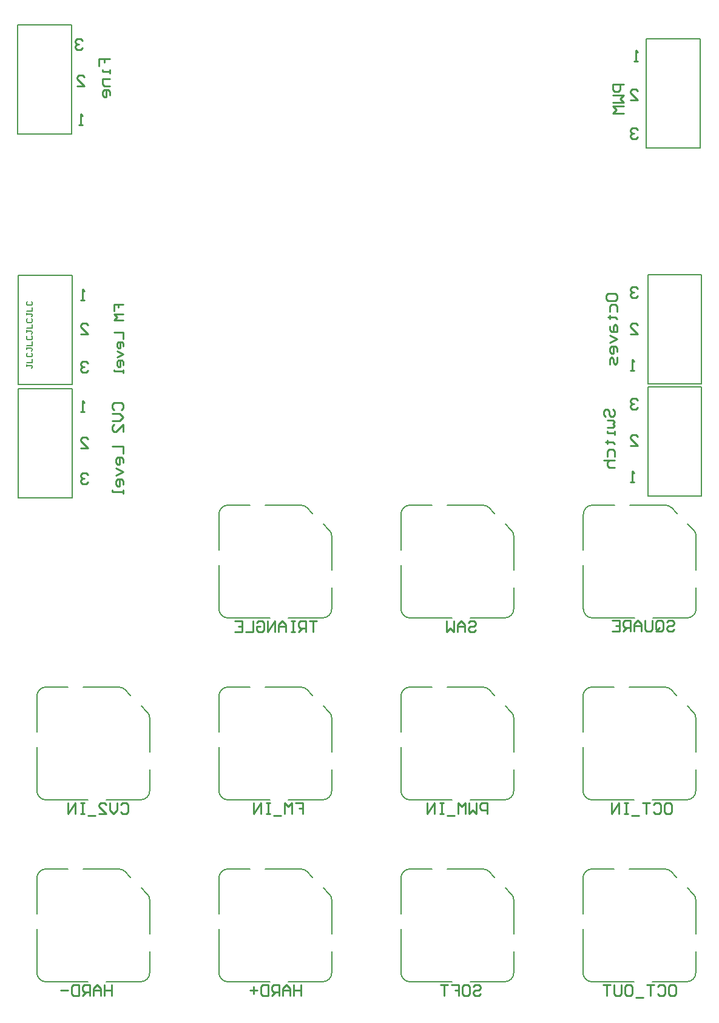
<source format=gbo>
G04*
G04 #@! TF.GenerationSoftware,Altium Limited,Altium Designer,20.0.2 (26)*
G04*
G04 Layer_Color=32896*
%FSLAX43Y43*%
%MOMM*%
G71*
G01*
G75*
%ADD11C,0.254*%
%ADD12C,0.127*%
%ADD14C,0.150*%
D11*
X86677Y121602D02*
X86424Y121856D01*
X85916D01*
X85662Y121602D01*
Y121348D01*
X85916Y121094D01*
X86170D01*
X85916D01*
X85662Y120840D01*
Y120586D01*
X85916Y120332D01*
X86424D01*
X86677Y120586D01*
X85662Y125730D02*
X86677D01*
X85662Y126746D01*
Y127000D01*
X85916Y127254D01*
X86424D01*
X86677Y127000D01*
Y131128D02*
X86170D01*
X86424D01*
Y132651D01*
X86677Y132397D01*
X9208Y133985D02*
X8954Y134239D01*
X8446D01*
X8192Y133985D01*
Y133731D01*
X8446Y133477D01*
X8700D01*
X8446D01*
X8192Y133223D01*
Y132969D01*
X8446Y132715D01*
X8954D01*
X9208Y132969D01*
X8509Y127635D02*
X9525D01*
X8509Y128651D01*
Y128905D01*
X8763Y129159D01*
X9271D01*
X9525Y128905D01*
X9208Y122238D02*
X8700D01*
X8954D01*
Y123761D01*
X9208Y123507D01*
X10033Y87948D02*
X9779Y87694D01*
X9271D01*
X9017Y87948D01*
Y88202D01*
X9271Y88456D01*
X9525D01*
X9271D01*
X9017Y88710D01*
Y88964D01*
X9271Y89217D01*
X9779D01*
X10033Y88964D01*
X9017Y93027D02*
X10033D01*
X9017Y94043D01*
Y94297D01*
X9271Y94551D01*
X9779D01*
X10033Y94297D01*
X9525Y97790D02*
X9017D01*
X9271D01*
Y99314D01*
X9525Y99060D01*
X10033Y72390D02*
X9779Y72136D01*
X9271D01*
X9017Y72390D01*
Y72644D01*
X9271Y72898D01*
X9525D01*
X9271D01*
X9017Y73152D01*
Y73406D01*
X9271Y73660D01*
X9779D01*
X10033Y73406D01*
X9017Y77152D02*
X10033D01*
X9017Y78168D01*
Y78422D01*
X9271Y78676D01*
X9779D01*
X10033Y78422D01*
X9525Y82232D02*
X9017D01*
X9271D01*
Y83756D01*
X9525Y83502D01*
X86677Y99377D02*
X86424Y99631D01*
X85916D01*
X85662Y99377D01*
Y99123D01*
X85916Y98869D01*
X86170D01*
X85916D01*
X85662Y98615D01*
Y98361D01*
X85916Y98107D01*
X86424D01*
X86677Y98361D01*
X85662Y93027D02*
X86677D01*
X85662Y94043D01*
Y94297D01*
X85916Y94551D01*
X86424D01*
X86677Y94297D01*
X86170Y87948D02*
X85662D01*
X85916D01*
Y89471D01*
X86170Y89217D01*
X86677Y83820D02*
X86424Y84074D01*
X85916D01*
X85662Y83820D01*
Y83566D01*
X85916Y83312D01*
X86170D01*
X85916D01*
X85662Y83058D01*
Y82804D01*
X85916Y82550D01*
X86424D01*
X86677Y82804D01*
X85662Y77470D02*
X86677D01*
X85662Y78486D01*
Y78740D01*
X85916Y78994D01*
X86424D01*
X86677Y78740D01*
X86170Y72390D02*
X85662D01*
X85916D01*
Y73914D01*
X86170Y73660D01*
X84772Y127952D02*
X83249D01*
Y127191D01*
X83503Y126937D01*
X84011D01*
X84265Y127191D01*
Y127952D01*
X83249Y126429D02*
X84772D01*
X84265Y125921D01*
X84772Y125413D01*
X83249D01*
X84772Y124905D02*
X83249D01*
X83757Y124398D01*
X83249Y123890D01*
X84772D01*
X13623Y96289D02*
Y97155D01*
X14273D01*
Y96722D01*
Y97155D01*
X14922D01*
Y95855D02*
X13623D01*
X14056Y95422D01*
X13623Y94989D01*
X14922D01*
X13623Y93256D02*
X14922D01*
Y92390D01*
Y91307D02*
Y91740D01*
X14706Y91957D01*
X14273D01*
X14056Y91740D01*
Y91307D01*
X14273Y91090D01*
X14489D01*
Y91957D01*
X14056Y90657D02*
X14922Y90224D01*
X14056Y89791D01*
X14922Y88708D02*
Y89141D01*
X14706Y89358D01*
X14273D01*
X14056Y89141D01*
Y88708D01*
X14273Y88491D01*
X14489D01*
Y89358D01*
X14922Y88058D02*
Y87625D01*
Y87841D01*
X13623D01*
Y88058D01*
X13653Y82487D02*
X13399Y82741D01*
Y83249D01*
X13653Y83503D01*
X14669D01*
X14922Y83249D01*
Y82741D01*
X14669Y82487D01*
X13399Y81979D02*
X14415D01*
X14922Y81471D01*
X14415Y80963D01*
X13399D01*
X14922Y79440D02*
Y80455D01*
X13907Y79440D01*
X13653D01*
X13399Y79694D01*
Y80202D01*
X13653Y80455D01*
X13399Y77408D02*
X14922D01*
Y76393D01*
Y75123D02*
Y75631D01*
X14669Y75885D01*
X14161D01*
X13907Y75631D01*
Y75123D01*
X14161Y74869D01*
X14415D01*
Y75885D01*
X13907Y74361D02*
X14922Y73854D01*
X13907Y73346D01*
X14922Y72076D02*
Y72584D01*
X14669Y72838D01*
X14161D01*
X13907Y72584D01*
Y72076D01*
X14161Y71822D01*
X14415D01*
Y72838D01*
X14922Y71314D02*
Y70807D01*
Y71061D01*
X13399D01*
Y71314D01*
X41910Y52959D02*
X40894D01*
X41402D01*
Y51435D01*
X40386D02*
Y52959D01*
X39625D01*
X39371Y52705D01*
Y52197D01*
X39625Y51943D01*
X40386D01*
X39879D02*
X39371Y51435D01*
X38863Y52959D02*
X38355D01*
X38609D01*
Y51435D01*
X38863D01*
X38355D01*
X37593D02*
Y52451D01*
X37086Y52959D01*
X36578Y52451D01*
Y51435D01*
Y52197D01*
X37593D01*
X36070Y51435D02*
Y52959D01*
X35054Y51435D01*
Y52959D01*
X33531Y52705D02*
X33785Y52959D01*
X34292D01*
X34546Y52705D01*
Y51689D01*
X34292Y51435D01*
X33785D01*
X33531Y51689D01*
Y52197D01*
X34039D01*
X33023Y52959D02*
Y51435D01*
X32007D01*
X30484Y52959D02*
X31499D01*
Y51435D01*
X30484D01*
X31499Y52197D02*
X30992D01*
X90742Y52813D02*
X90996Y53066D01*
X91504D01*
X91757Y52813D01*
Y52559D01*
X91504Y52305D01*
X90996D01*
X90742Y52051D01*
Y51797D01*
X90996Y51543D01*
X91504D01*
X91757Y51797D01*
X89218D02*
Y52813D01*
X89472Y53066D01*
X89980D01*
X90234Y52813D01*
Y51797D01*
X89980Y51543D01*
X89472D01*
X89726Y52051D02*
X89218Y51543D01*
X89472D02*
X89218Y51797D01*
X88710Y53066D02*
Y51797D01*
X88457Y51543D01*
X87949D01*
X87695Y51797D01*
Y53066D01*
X87187Y51543D02*
Y52559D01*
X86679Y53066D01*
X86171Y52559D01*
Y51543D01*
Y52305D01*
X87187D01*
X85663Y51543D02*
Y53066D01*
X84902D01*
X84648Y52813D01*
Y52305D01*
X84902Y52051D01*
X85663D01*
X85156D02*
X84648Y51543D01*
X83124Y53066D02*
X84140D01*
Y51543D01*
X83124D01*
X84140Y52305D02*
X83632D01*
X63754Y1905D02*
X64008Y2159D01*
X64516D01*
X64770Y1905D01*
Y1651D01*
X64516Y1397D01*
X64008D01*
X63754Y1143D01*
Y889D01*
X64008Y635D01*
X64516D01*
X64770Y889D01*
X62485Y2159D02*
X62993D01*
X63246Y1905D01*
Y889D01*
X62993Y635D01*
X62485D01*
X62231Y889D01*
Y1905D01*
X62485Y2159D01*
X60707D02*
X61723D01*
Y1397D01*
X61215D01*
X61723D01*
Y635D01*
X60199Y2159D02*
X59184D01*
X59692D01*
Y635D01*
X63119Y52705D02*
X63373Y52959D01*
X63881D01*
X64135Y52705D01*
Y52451D01*
X63881Y52197D01*
X63373D01*
X63119Y51943D01*
Y51689D01*
X63373Y51435D01*
X63881D01*
X64135Y51689D01*
X62611Y51435D02*
Y52451D01*
X62104Y52959D01*
X61596Y52451D01*
Y51435D01*
Y52197D01*
X62611D01*
X61088Y52959D02*
Y51435D01*
X60580Y51943D01*
X60072Y51435D01*
Y52959D01*
X65723Y26035D02*
Y27559D01*
X64961D01*
X64707Y27305D01*
Y26797D01*
X64961Y26543D01*
X65723D01*
X64199Y27559D02*
Y26035D01*
X63691Y26543D01*
X63183Y26035D01*
Y27559D01*
X62675Y26035D02*
Y27559D01*
X62168Y27051D01*
X61660Y27559D01*
Y26035D01*
X61152Y25781D02*
X60136D01*
X59628Y27559D02*
X59121D01*
X59375D01*
Y26035D01*
X59628D01*
X59121D01*
X58359D02*
Y27559D01*
X57343Y26035D01*
Y27559D01*
X91313Y2159D02*
X91821D01*
X92075Y1905D01*
Y889D01*
X91821Y635D01*
X91313D01*
X91059Y889D01*
Y1905D01*
X91313Y2159D01*
X89536Y1905D02*
X89790Y2159D01*
X90298D01*
X90551Y1905D01*
Y889D01*
X90298Y635D01*
X89790D01*
X89536Y889D01*
X89028Y2159D02*
X88012D01*
X88520D01*
Y635D01*
X87504Y381D02*
X86489D01*
X85219Y2159D02*
X85727D01*
X85981Y1905D01*
Y889D01*
X85727Y635D01*
X85219D01*
X84965Y889D01*
Y1905D01*
X85219Y2159D01*
X84457D02*
Y889D01*
X84204Y635D01*
X83696D01*
X83442Y889D01*
Y2159D01*
X82934D02*
X81918D01*
X82426D01*
Y635D01*
X90678Y27559D02*
X91186D01*
X91440Y27305D01*
Y26289D01*
X91186Y26035D01*
X90678D01*
X90424Y26289D01*
Y27305D01*
X90678Y27559D01*
X88901Y27305D02*
X89155Y27559D01*
X89663D01*
X89916Y27305D01*
Y26289D01*
X89663Y26035D01*
X89155D01*
X88901Y26289D01*
X88393Y27559D02*
X87377D01*
X87885D01*
Y26035D01*
X86869Y25781D02*
X85854D01*
X85346Y27559D02*
X84838D01*
X85092D01*
Y26035D01*
X85346D01*
X84838D01*
X84076D02*
Y27559D01*
X83061Y26035D01*
Y27559D01*
X13335Y2159D02*
Y635D01*
Y1397D01*
X12319D01*
Y2159D01*
Y635D01*
X11811D02*
Y1651D01*
X11304Y2159D01*
X10796Y1651D01*
Y635D01*
Y1397D01*
X11811D01*
X10288Y635D02*
Y2159D01*
X9526D01*
X9272Y1905D01*
Y1397D01*
X9526Y1143D01*
X10288D01*
X9780D02*
X9272Y635D01*
X8764Y2159D02*
Y635D01*
X8003D01*
X7749Y889D01*
Y1905D01*
X8003Y2159D01*
X8764D01*
X7241Y1397D02*
X6225D01*
X39688Y2159D02*
Y635D01*
Y1397D01*
X38672D01*
Y2159D01*
Y635D01*
X38164D02*
Y1651D01*
X37656Y2159D01*
X37148Y1651D01*
Y635D01*
Y1397D01*
X38164D01*
X36640Y635D02*
Y2159D01*
X35879D01*
X35625Y1905D01*
Y1397D01*
X35879Y1143D01*
X36640D01*
X36133D02*
X35625Y635D01*
X35117Y2159D02*
Y635D01*
X34355D01*
X34101Y889D01*
Y1905D01*
X34355Y2159D01*
X35117D01*
X33593Y1397D02*
X32578D01*
X33086Y1905D02*
Y889D01*
X38989Y27559D02*
X40005D01*
Y26797D01*
X39497D01*
X40005D01*
Y26035D01*
X38481D02*
Y27559D01*
X37974Y27051D01*
X37466Y27559D01*
Y26035D01*
X36958Y25781D02*
X35942D01*
X35434Y27559D02*
X34927D01*
X35181D01*
Y26035D01*
X35434D01*
X34927D01*
X34165D02*
Y27559D01*
X33149Y26035D01*
Y27559D01*
X14542Y27305D02*
X14796Y27559D01*
X15304D01*
X15557Y27305D01*
Y26289D01*
X15304Y26035D01*
X14796D01*
X14542Y26289D01*
X14034Y27559D02*
Y26543D01*
X13526Y26035D01*
X13018Y26543D01*
Y27559D01*
X11495Y26035D02*
X12510D01*
X11495Y27051D01*
Y27305D01*
X11749Y27559D01*
X12257D01*
X12510Y27305D01*
X10987Y25781D02*
X9971D01*
X9463Y27559D02*
X8956D01*
X9210D01*
Y26035D01*
X9463D01*
X8956D01*
X8194D02*
Y27559D01*
X7178Y26035D01*
Y27559D01*
X82233Y81534D02*
X81979Y81788D01*
Y82296D01*
X82233Y82550D01*
X82487D01*
X82741Y82296D01*
Y81788D01*
X82995Y81534D01*
X83249D01*
X83503Y81788D01*
Y82296D01*
X83249Y82550D01*
X82487Y81026D02*
X83249D01*
X83503Y80773D01*
X83249Y80519D01*
X83503Y80265D01*
X83249Y80011D01*
X82487D01*
X83503Y79503D02*
Y78995D01*
Y79249D01*
X82487D01*
Y79503D01*
X82233Y77979D02*
X82487D01*
Y78233D01*
Y77726D01*
Y77979D01*
X83249D01*
X83503Y77726D01*
X82487Y75948D02*
Y76710D01*
X82741Y76964D01*
X83249D01*
X83503Y76710D01*
Y75948D01*
X81979Y75440D02*
X83503D01*
X82741D01*
X82487Y75186D01*
Y74679D01*
X82741Y74425D01*
X83503D01*
X82296Y97981D02*
Y98489D01*
X82550Y98743D01*
X83566D01*
X83820Y98489D01*
Y97981D01*
X83566Y97727D01*
X82550D01*
X82296Y97981D01*
X82804Y96203D02*
Y96965D01*
X83058Y97219D01*
X83566D01*
X83820Y96965D01*
Y96203D01*
X82550Y95442D02*
X82804D01*
Y95695D01*
Y95188D01*
Y95442D01*
X83566D01*
X83820Y95188D01*
X82804Y94172D02*
Y93664D01*
X83058Y93410D01*
X83820D01*
Y94172D01*
X83566Y94426D01*
X83312Y94172D01*
Y93410D01*
X82804Y92902D02*
X83820Y92395D01*
X82804Y91887D01*
X83820Y90617D02*
Y91125D01*
X83566Y91379D01*
X83058D01*
X82804Y91125D01*
Y90617D01*
X83058Y90363D01*
X83312D01*
Y91379D01*
X83820Y89855D02*
Y89094D01*
X83566Y88840D01*
X83312Y89094D01*
Y89601D01*
X83058Y89855D01*
X82804Y89601D01*
Y88840D01*
X11494Y130429D02*
Y131445D01*
X12256D01*
Y130937D01*
Y131445D01*
X13017D01*
Y129921D02*
Y129414D01*
Y129668D01*
X12002D01*
Y129921D01*
X13017Y128652D02*
X12002D01*
Y127890D01*
X12256Y127636D01*
X13017D01*
Y126367D02*
Y126874D01*
X12764Y127128D01*
X12256D01*
X12002Y126874D01*
Y126367D01*
X12256Y126113D01*
X12510D01*
Y127128D01*
D12*
X44012Y64822D02*
G03*
X43640Y65720I-1270J0D01*
G01*
X40574Y68786D02*
G03*
X39676Y69158I-898J-898D01*
G01*
X29534D02*
G03*
X28264Y67888I0J-1270D01*
G01*
Y54680D02*
G03*
X29534Y53410I1270J0D01*
G01*
X42742D02*
G03*
X44012Y54680I0J1270D01*
G01*
X94869Y64822D02*
G03*
X94497Y65720I-1270J0D01*
G01*
X91431Y68786D02*
G03*
X90533Y69158I-898J-898D01*
G01*
X80391D02*
G03*
X79121Y67888I0J-1270D01*
G01*
Y54680D02*
G03*
X80391Y53410I1270J0D01*
G01*
X93599D02*
G03*
X94869Y54680I0J1270D01*
G01*
X69412Y14022D02*
G03*
X69040Y14920I-1270J0D01*
G01*
X65974Y17986D02*
G03*
X65076Y18358I-898J-898D01*
G01*
X54934D02*
G03*
X53664Y17088I0J-1270D01*
G01*
Y3880D02*
G03*
X54934Y2610I1270J0D01*
G01*
X68142D02*
G03*
X69412Y3880I0J1270D01*
G01*
X69412Y64822D02*
G03*
X69040Y65720I-1270J0D01*
G01*
X65974Y68786D02*
G03*
X65076Y69158I-898J-898D01*
G01*
X54934D02*
G03*
X53664Y67888I0J-1270D01*
G01*
Y54680D02*
G03*
X54934Y53410I1270J0D01*
G01*
X68142D02*
G03*
X69412Y54680I0J1270D01*
G01*
X69412Y39422D02*
G03*
X69040Y40320I-1270J0D01*
G01*
X65974Y43386D02*
G03*
X65076Y43758I-898J-898D01*
G01*
X54934D02*
G03*
X53664Y42488I0J-1270D01*
G01*
Y29280D02*
G03*
X54934Y28010I1270J0D01*
G01*
X68142D02*
G03*
X69412Y29280I0J1270D01*
G01*
X94812Y14022D02*
G03*
X94440Y14920I-1270J0D01*
G01*
X91374Y17986D02*
G03*
X90476Y18358I-898J-898D01*
G01*
X80334D02*
G03*
X79064Y17088I0J-1270D01*
G01*
Y3880D02*
G03*
X80334Y2610I1270J0D01*
G01*
X93542D02*
G03*
X94812Y3880I0J1270D01*
G01*
X94812Y39422D02*
G03*
X94440Y40320I-1270J0D01*
G01*
X91374Y43386D02*
G03*
X90476Y43758I-898J-898D01*
G01*
X80334D02*
G03*
X79064Y42488I0J-1270D01*
G01*
Y29280D02*
G03*
X80334Y28010I1270J0D01*
G01*
X93542D02*
G03*
X94812Y29280I0J1270D01*
G01*
X18612Y14022D02*
G03*
X18240Y14920I-1270J0D01*
G01*
X15174Y17986D02*
G03*
X14276Y18358I-898J-898D01*
G01*
X4134D02*
G03*
X2864Y17088I0J-1270D01*
G01*
Y3880D02*
G03*
X4134Y2610I1270J0D01*
G01*
X17342D02*
G03*
X18612Y3880I0J1270D01*
G01*
X44012Y14022D02*
G03*
X43640Y14920I-1270J0D01*
G01*
X40574Y17986D02*
G03*
X39676Y18358I-898J-898D01*
G01*
X29534D02*
G03*
X28264Y17088I0J-1270D01*
G01*
Y3880D02*
G03*
X29534Y2610I1270J0D01*
G01*
X42742D02*
G03*
X44012Y3880I0J1270D01*
G01*
X44012Y39422D02*
G03*
X43640Y40320I-1270J0D01*
G01*
X40574Y43386D02*
G03*
X39676Y43758I-898J-898D01*
G01*
X29534D02*
G03*
X28264Y42488I0J-1270D01*
G01*
Y29280D02*
G03*
X29534Y28010I1270J0D01*
G01*
X42742D02*
G03*
X44012Y29280I0J1270D01*
G01*
X18612Y39422D02*
G03*
X18240Y40320I-1270J0D01*
G01*
X15174Y43386D02*
G03*
X14276Y43758I-898J-898D01*
G01*
X4134D02*
G03*
X2864Y42488I0J-1270D01*
G01*
Y29280D02*
G03*
X4134Y28010I1270J0D01*
G01*
X17342D02*
G03*
X18612Y29280I0J1270D01*
G01*
X175Y120968D02*
X7675D01*
Y136208D01*
X175Y120968D02*
Y136208D01*
X7675D01*
X87893Y134303D02*
X95392D01*
X87893Y119062D02*
Y134303D01*
X95392Y119062D02*
Y134303D01*
X87893Y119062D02*
X95392D01*
X88123Y70433D02*
X95622D01*
Y85673D01*
X88123Y70433D02*
Y85673D01*
X95622D01*
X88123Y86131D02*
X95623D01*
Y101371D01*
X88123Y86131D02*
Y101371D01*
X95623D01*
X263Y101283D02*
X7762D01*
X263Y86043D02*
Y101283D01*
X7762Y86043D02*
Y101283D01*
X263Y86043D02*
X7762D01*
X263Y85407D02*
X7762D01*
X263Y70167D02*
Y85407D01*
X7762Y70167D02*
Y85407D01*
X263Y70167D02*
X7762D01*
X44012Y54680D02*
Y57634D01*
Y60134D02*
Y64822D01*
X34738Y69158D02*
X39676D01*
X29534D02*
X32638D01*
X28264Y62934D02*
Y67888D01*
Y54680D02*
Y60734D01*
X29534Y53410D02*
X35438D01*
X37938D02*
X42742D01*
X40573Y68784D02*
X41363Y67994D01*
X42823Y66539D02*
X43638Y65724D01*
X94869Y54680D02*
Y57634D01*
Y60134D02*
Y64822D01*
X85595Y69158D02*
X90533D01*
X80391D02*
X83495D01*
X79121Y62934D02*
Y67888D01*
Y54680D02*
Y60734D01*
X80391Y53410D02*
X86295D01*
X88795D02*
X93599D01*
X91430Y68784D02*
X92220Y67994D01*
X93680Y66539D02*
X94495Y65724D01*
X69412Y3880D02*
Y6834D01*
Y9334D02*
Y14022D01*
X60138Y18358D02*
X65076D01*
X54934D02*
X58038D01*
X53664Y12134D02*
Y17088D01*
Y3880D02*
Y9934D01*
X54934Y2610D02*
X60838D01*
X63338D02*
X68142D01*
X65973Y17984D02*
X66763Y17194D01*
X68223Y15739D02*
X69038Y14924D01*
X69412Y54680D02*
Y57634D01*
Y60134D02*
Y64822D01*
X60138Y69158D02*
X65076D01*
X54934D02*
X58038D01*
X53664Y62934D02*
Y67888D01*
Y54680D02*
Y60734D01*
X54934Y53410D02*
X60838D01*
X63338D02*
X68142D01*
X65973Y68784D02*
X66763Y67994D01*
X68223Y66539D02*
X69038Y65724D01*
X69412Y29280D02*
Y32234D01*
Y34734D02*
Y39422D01*
X60138Y43758D02*
X65076D01*
X54934D02*
X58038D01*
X53664Y37534D02*
Y42488D01*
Y29280D02*
Y35334D01*
X54934Y28010D02*
X60838D01*
X63338D02*
X68142D01*
X65973Y43384D02*
X66763Y42594D01*
X68223Y41139D02*
X69038Y40324D01*
X94812Y3880D02*
Y6834D01*
Y9334D02*
Y14022D01*
X85538Y18358D02*
X90476D01*
X80334D02*
X83438D01*
X79064Y12134D02*
Y17088D01*
Y3880D02*
Y9934D01*
X80334Y2610D02*
X86238D01*
X88738D02*
X93542D01*
X91373Y17984D02*
X92163Y17194D01*
X93623Y15739D02*
X94438Y14924D01*
X94812Y29280D02*
Y32234D01*
Y34734D02*
Y39422D01*
X85538Y43758D02*
X90476D01*
X80334D02*
X83438D01*
X79064Y37534D02*
Y42488D01*
Y29280D02*
Y35334D01*
X80334Y28010D02*
X86238D01*
X88738D02*
X93542D01*
X91373Y43384D02*
X92163Y42594D01*
X93623Y41139D02*
X94438Y40324D01*
X18612Y3880D02*
Y6834D01*
Y9334D02*
Y14022D01*
X9338Y18358D02*
X14276D01*
X4134D02*
X7238D01*
X2864Y12134D02*
Y17088D01*
Y3880D02*
Y9934D01*
X4134Y2610D02*
X10038D01*
X12538D02*
X17342D01*
X15173Y17984D02*
X15963Y17194D01*
X17423Y15739D02*
X18238Y14924D01*
X44012Y3880D02*
Y6834D01*
Y9334D02*
Y14022D01*
X34738Y18358D02*
X39676D01*
X29534D02*
X32638D01*
X28264Y12134D02*
Y17088D01*
Y3880D02*
Y9934D01*
X29534Y2610D02*
X35438D01*
X37938D02*
X42742D01*
X40573Y17984D02*
X41363Y17194D01*
X42823Y15739D02*
X43638Y14924D01*
X44012Y29280D02*
Y32234D01*
Y34734D02*
Y39422D01*
X34738Y43758D02*
X39676D01*
X29534D02*
X32638D01*
X28264Y37534D02*
Y42488D01*
Y29280D02*
Y35334D01*
X29534Y28010D02*
X35438D01*
X37938D02*
X42742D01*
X40573Y43384D02*
X41363Y42594D01*
X42823Y41139D02*
X43638Y40324D01*
X18612Y29280D02*
Y32234D01*
Y34734D02*
Y39422D01*
X9338Y43758D02*
X14276D01*
X4134D02*
X7238D01*
X2864Y37534D02*
Y42488D01*
Y29280D02*
Y35334D01*
X4134Y28010D02*
X10038D01*
X12538D02*
X17342D01*
X15173Y43384D02*
X15963Y42594D01*
X17423Y41139D02*
X18238Y40324D01*
D14*
X1423Y88798D02*
Y88532D01*
Y88665D01*
X2089D01*
X2223Y88532D01*
Y88398D01*
X2089Y88265D01*
X1423Y89065D02*
X2223D01*
Y89598D01*
X1556Y90398D02*
X1423Y90264D01*
Y89998D01*
X1556Y89864D01*
X2089D01*
X2223Y89998D01*
Y90264D01*
X2089Y90398D01*
X1423Y91197D02*
Y90931D01*
Y91064D01*
X2089D01*
X2223Y90931D01*
Y90798D01*
X2089Y90664D01*
X1423Y91464D02*
X2223D01*
Y91997D01*
X1556Y92797D02*
X1423Y92664D01*
Y92397D01*
X1556Y92264D01*
X2089D01*
X2223Y92397D01*
Y92664D01*
X2089Y92797D01*
X1423Y93597D02*
Y93330D01*
Y93463D01*
X2089D01*
X2223Y93330D01*
Y93197D01*
X2089Y93063D01*
X1423Y93863D02*
X2223D01*
Y94396D01*
X1556Y95196D02*
X1423Y95063D01*
Y94796D01*
X1556Y94663D01*
X2089D01*
X2223Y94796D01*
Y95063D01*
X2089Y95196D01*
X1423Y95996D02*
Y95729D01*
Y95863D01*
X2089D01*
X2223Y95729D01*
Y95596D01*
X2089Y95463D01*
X1423Y96262D02*
X2223D01*
Y96796D01*
X1556Y97595D02*
X1423Y97462D01*
Y97195D01*
X1556Y97062D01*
X2089D01*
X2223Y97195D01*
Y97462D01*
X2089Y97595D01*
M02*

</source>
